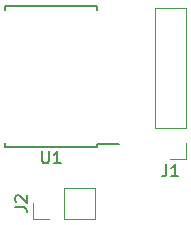
<source format=gbr>
G04 #@! TF.GenerationSoftware,KiCad,Pcbnew,(5.0.1)-3*
G04 #@! TF.CreationDate,2019-09-06T22:13:27-04:00*
G04 #@! TF.ProjectId,jebaoDosingAdapter,6A6562616F446F73696E674164617074,rev?*
G04 #@! TF.SameCoordinates,PX471b200PY51b5f80*
G04 #@! TF.FileFunction,Legend,Top*
G04 #@! TF.FilePolarity,Positive*
%FSLAX46Y46*%
G04 Gerber Fmt 4.6, Leading zero omitted, Abs format (unit mm)*
G04 Created by KiCad (PCBNEW (5.0.1)-3) date 9/6/2019 10:13:27 PM*
%MOMM*%
%LPD*%
G01*
G04 APERTURE LIST*
%ADD10C,0.150000*%
%ADD11C,0.120000*%
G04 APERTURE END LIST*
D10*
G04 #@! TO.C,U1*
X25985000Y8360000D02*
X25985000Y8610000D01*
X18235000Y8360000D02*
X18235000Y8705000D01*
X18235000Y20260000D02*
X18235000Y19915000D01*
X25985000Y20260000D02*
X25985000Y19915000D01*
X25985000Y8360000D02*
X18235000Y8360000D01*
X25985000Y20260000D02*
X18235000Y20260000D01*
X25985000Y8610000D02*
X27810000Y8610000D01*
D11*
G04 #@! TO.C,J1*
X33520000Y20150000D02*
X30860000Y20150000D01*
X33520000Y9930000D02*
X33520000Y20150000D01*
X30860000Y9930000D02*
X30860000Y20150000D01*
X33520000Y9930000D02*
X30860000Y9930000D01*
X33520000Y8660000D02*
X33520000Y7330000D01*
X33520000Y7330000D02*
X32190000Y7330000D01*
G04 #@! TO.C,J2*
X25800000Y2260000D02*
X25800000Y4920000D01*
X23200000Y2260000D02*
X25800000Y2260000D01*
X23200000Y4920000D02*
X25800000Y4920000D01*
X23200000Y2260000D02*
X23200000Y4920000D01*
X21930000Y2260000D02*
X20600000Y2260000D01*
X20600000Y2260000D02*
X20600000Y3590000D01*
G04 #@! TO.C,U1*
D10*
X21348095Y7982620D02*
X21348095Y7173096D01*
X21395714Y7077858D01*
X21443333Y7030239D01*
X21538571Y6982620D01*
X21729047Y6982620D01*
X21824285Y7030239D01*
X21871904Y7077858D01*
X21919523Y7173096D01*
X21919523Y7982620D01*
X22919523Y6982620D02*
X22348095Y6982620D01*
X22633809Y6982620D02*
X22633809Y7982620D01*
X22538571Y7839762D01*
X22443333Y7744524D01*
X22348095Y7696905D01*
G04 #@! TO.C,J1*
X31856666Y6877620D02*
X31856666Y6163334D01*
X31809047Y6020477D01*
X31713809Y5925239D01*
X31570952Y5877620D01*
X31475714Y5877620D01*
X32856666Y5877620D02*
X32285238Y5877620D01*
X32570952Y5877620D02*
X32570952Y6877620D01*
X32475714Y6734762D01*
X32380476Y6639524D01*
X32285238Y6591905D01*
G04 #@! TO.C,J2*
X19052380Y3256667D02*
X19766666Y3256667D01*
X19909523Y3209048D01*
X20004761Y3113810D01*
X20052380Y2970953D01*
X20052380Y2875715D01*
X19147619Y3685239D02*
X19100000Y3732858D01*
X19052380Y3828096D01*
X19052380Y4066191D01*
X19100000Y4161429D01*
X19147619Y4209048D01*
X19242857Y4256667D01*
X19338095Y4256667D01*
X19480952Y4209048D01*
X20052380Y3637620D01*
X20052380Y4256667D01*
G04 #@! TD*
M02*

</source>
